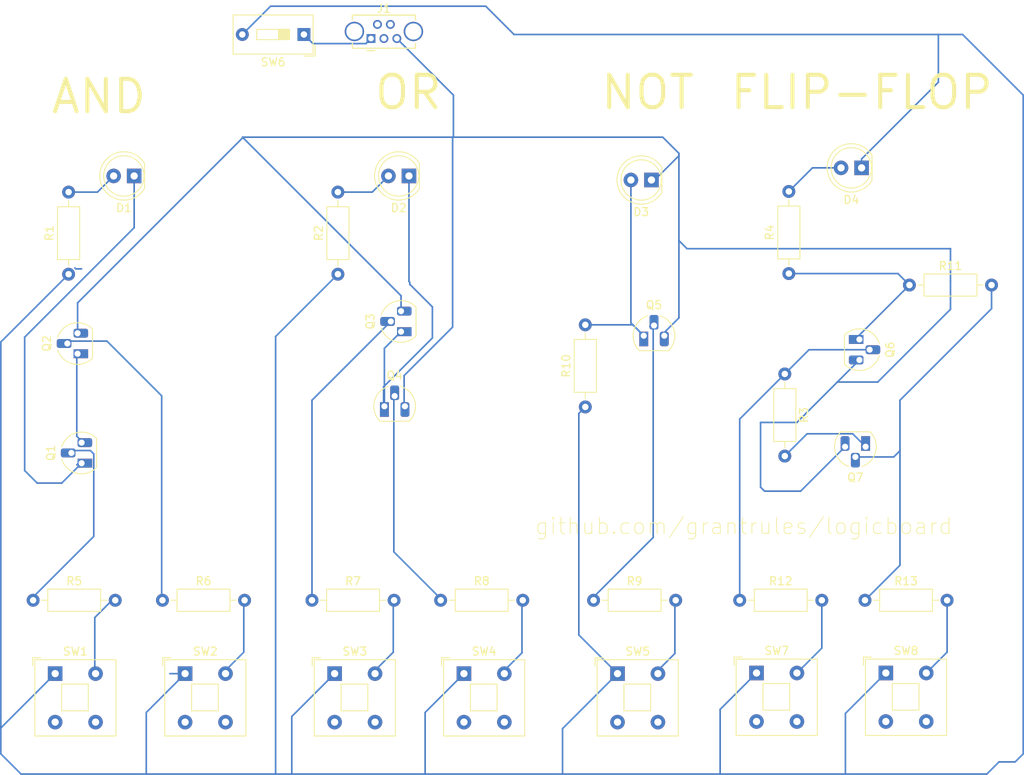
<source format=kicad_pcb>
(kicad_pcb (version 20240108) (generator "pcbnew") (generator_version "8.0")
  (layers (0 "F.Cu" signal) (31 "B.Cu" signal) (34 "B.Paste" user) (35 "F.Paste" user) (36 "B.SilkS" user "B.Silkscreen") (37 "F.SilkS" user "F.Silkscreen") (38 "B.Mask" user) (39 "F.Mask" user) (44 "Edge.Cuts" user))
  (net 0 "")
  (net 1 "Net-(D1-K)")
  (net 2 "Net-(D1-A)")
  (net 3 "Net-(D2-K)")
  (net 4 "Net-(D2-A)")
  (net 5 "Net-(D3-A)")
  (net 6 "Net-(D3-K)")
  (net 7 "Net-(D4-K)")
  (net 8 "Net-(Q1-B)")
  (net 9 "Net-(Q1-E)")
  (net 10 "Net-(Q3-B)")
  (net 11 "Net-(Q4-B)")
  (net 15 "Net-(Q2-B)")
  (net 17 "Net-(Q5-B)")
  (net 18 "Net-(SW1-B)")
  (net 19 "Net-(SW3-B)")
  (net 20 "Net-(SW4-B)")
  (net 21 "Net-(SW5-B)")
  (net 22 "Net-(SW2-B)")
  (net 23 "Net-(J1-VBUS)")
  (net 24 "Net-(D4-A)")
  (net 25 "Net-(Q6-C)")
  (net 26 "Net-(Q6-B)")
  (net 27 "Net-(Q7-B)")
  (net 28 "Net-(Q7-C)")
  (net 29 "Net-(SW7-B)")
  (net 30 "Net-(SW8-B)")
  (footprint "LED_THT:LED_D5.0mm" (layer "F.Cu") (at 38 34.5 180)
    (property "Reference" "D1" (at 1.27 -3.96 360) (layer "F.SilkS"))
    (property "Value" "LED")
    (fp_line (start -1.29 -1.545) (end -1.29 1.545) (stroke (width 0.12)) (layer "F.SilkS"))
    (fp_arc (start 4.26 -0.000462) (mid 2.072002 2.880433) (end -1.29 1.54483) (stroke (width 0.12)) (layer "F.SilkS"))
    (fp_arc (start -1.29 -1.54483) (mid 2.072002 -2.880433) (end 4.26 0.000462) (stroke (width 0.12)) (layer "F.SilkS"))
    (fp_circle (center 1.27 0) (end 3.77 0) (stroke (width 0.12)) (fill none) (layer "F.SilkS"))
    (pad "1" thru_hole rect (at 0 0 180) (size 1.8 1.8) (drill 0.9) (layers "*.Cu" "*.Mask") (net 1 "Net-(D1-K)"))
    (pad "2" thru_hole circle (at 2.54 0 180) (size 1.8 1.8) (drill 0.9) (layers "*.Cu" "*.Mask") (net 2 "Net-(D1-A)"))
  )
  (footprint "Resistor_THT:R_Axial_DIN0207_L6.3mm_D2.5mm_P10.16mm_Horizontal" (layer "F.Cu") (at 63.205 46.66 90)
    (property "Reference" "R2" (at 5.08 -2.37 90) (layer "F.SilkS"))
    (property "Value" "R345")
    (fp_line (start 8.35 -1.37) (end 1.81 -1.37) (stroke (width 0.12)) (layer "F.SilkS"))
    (fp_line (start 1.81 -1.37) (end 1.81 1.37) (stroke (width 0.12)) (layer "F.SilkS"))
    (fp_line (start 9.12 0) (end 8.35 0) (stroke (width 0.12)) (layer "F.SilkS"))
    (fp_line (start 1.04 0) (end 1.81 0) (stroke (width 0.12)) (layer "F.SilkS"))
    (fp_line (start 8.35 1.37) (end 8.35 -1.37) (stroke (width 0.12)) (layer "F.SilkS"))
    (fp_line (start 1.81 1.37) (end 8.35 1.37) (stroke (width 0.12)) (layer "F.SilkS"))
    (pad "1" thru_hole circle (at 0 0 90) (size 1.6 1.6) (drill 0.8) (layers "*.Cu" "*.Mask") (net 7 "Net-(D4-K)"))
    (pad "2" thru_hole oval (at 10.16 0 90) (size 1.6 1.6) (drill 0.8) (layers "*.Cu" "*.Mask") (net 4 "Net-(D2-A)"))
  )
  (footprint "LED_THT:LED_D5.0mm" (layer "F.Cu") (at 102 35 180)
    (property "Reference" "D3" (at 1.27 -3.96 360) (layer "F.SilkS"))
    (property "Value" "LED")
    (fp_line (start -1.29 -1.545) (end -1.29 1.545) (stroke (width 0.12)) (layer "F.SilkS"))
    (fp_arc (start 4.26 -0.000462) (mid 2.072002 2.880433) (end -1.29 1.54483) (stroke (width 0.12)) (layer "F.SilkS"))
    (fp_arc (start -1.29 -1.54483) (mid 2.072002 -2.880433) (end 4.26 0.000462) (stroke (width 0.12)) (layer "F.SilkS"))
    (fp_circle (center 1.27 0) (end 3.77 0) (stroke (width 0.12)) (fill none) (layer "F.SilkS"))
    (pad "1" thru_hole rect (at 0 0 180) (size 1.8 1.8) (drill 0.9) (layers "*.Cu" "*.Mask") (net 6 "Net-(D3-K)"))
    (pad "2" thru_hole circle (at 2.54 0 180) (size 1.8 1.8) (drill 0.9) (layers "*.Cu" "*.Mask") (net 5 "Net-(D3-A)"))
  )
  (footprint "Button_Switch_THT:SW_Push_2P1T_Toggle_CK_PVA1xxH1xxxxxxV2" (layer "F.Cu") (at 62.8025 96.0775)
    (property "Reference" "SW3" (at 2.5 -2.75 0) (layer "F.SilkS"))
    (property "Value" "SW_SPST")
    (fp_line (start -2.77 -0.97) (end -2.77 -1.97) (stroke (width 0.12)) (layer "F.SilkS"))
    (fp_line (start -2.52 7.72) (end -2.52 -1.72) (stroke (width 0.12)) (layer "F.SilkS"))
    (fp_line (start -1.77 -1.97) (end -2.77 -1.97) (stroke (width 0.12)) (layer "F.SilkS"))
    (fp_line (start 0.8 1.3) (end 0.8 4.6) (stroke (width 0.12)) (layer "F.SilkS"))
    (fp_line (start 4.1 1.3) (end 0.8 1.3) (stroke (width 0.12)) (layer "F.SilkS"))
    (fp_line (start 4.1 1.3) (end 4.1 4.6) (stroke (width 0.12)) (layer "F.SilkS"))
    (fp_line (start 4.1 4.6) (end 0.8 4.6) (stroke (width 0.12)) (layer "F.SilkS"))
    (fp_line (start 7.52 -1.72) (end -2.52 -1.72) (stroke (width 0.12)) (layer "F.SilkS"))
    (fp_line (start 7.52 7.72) (end -2.52 7.72) (stroke (width 0.12)) (layer "F.SilkS"))
    (fp_line (start 7.52 7.72) (end 7.52 -1.72) (stroke (width 0.12)) (layer "F.SilkS"))
    (pad "1" thru_hole rect (at 0 0) (size 1.8 1.8) (drill 0.9) (layers "*.Cu" "*.Mask") (net 7 "Net-(D4-K)"))
    (pad "2" thru_hole circle (at 5 0) (size 1.8 1.8) (drill 0.9) (layers "*.Cu" "*.Mask") (net 19 "Net-(SW3-B)"))
    (pad "3" thru_hole circle (at 0 6) (size 1.8 1.8) (drill 0.9) (layers "*.Cu" "*.Mask"))
    (pad "4" thru_hole circle (at 5 6) (size 1.8 1.8) (drill 0.9) (layers "*.Cu" "*.Mask"))
  )
  (footprint "Resistor_THT:R_Axial_DIN0207_L6.3mm_D2.5mm_P10.16mm_Horizontal" (layer "F.Cu") (at 75.92 87)
    (property "Reference" "R8" (at 5.08 -2.37 0) (layer "F.SilkS"))
    (property "Value" "1k")
    (fp_line (start 1.04 0) (end 1.81 0) (stroke (width 0.12)) (layer "F.SilkS"))
    (fp_line (start 1.81 -1.37) (end 1.81 1.37) (stroke (width 0.12)) (layer "F.SilkS"))
    (fp_line (start 1.81 1.37) (end 8.35 1.37) (stroke (width 0.12)) (layer "F.SilkS"))
    (fp_line (start 8.35 -1.37) (end 1.81 -1.37) (stroke (width 0.12)) (layer "F.SilkS"))
    (fp_line (start 8.35 1.37) (end 8.35 -1.37) (stroke (width 0.12)) (layer "F.SilkS"))
    (fp_line (start 9.12 0) (end 8.35 0) (stroke (width 0.12)) (layer "F.SilkS"))
    (pad "1" thru_hole circle (at 0 0) (size 1.6 1.6) (drill 0.8) (layers "*.Cu" "*.Mask") (net 11 "Net-(Q4-B)"))
    (pad "2" thru_hole oval (at 10.16 0) (size 1.6 1.6) (drill 0.8) (layers "*.Cu" "*.Mask") (net 20 "Net-(SW4-B)"))
  )
  (footprint "Resistor_THT:R_Axial_DIN0207_L6.3mm_D2.5mm_P10.16mm_Horizontal" (layer "F.Cu") (at 41.5 87)
    (property "Reference" "R6" (at 5.08 -2.37 360) (layer "F.SilkS"))
    (property "Value" "1k")
    (fp_line (start 1.04 0) (end 1.81 0) (stroke (width 0.12)) (layer "F.SilkS"))
    (fp_line (start 1.81 -1.37) (end 1.81 1.37) (stroke (width 0.12)) (layer "F.SilkS"))
    (fp_line (start 1.81 1.37) (end 8.35 1.37) (stroke (width 0.12)) (layer "F.SilkS"))
    (fp_line (start 8.35 -1.37) (end 1.81 -1.37) (stroke (width 0.12)) (layer "F.SilkS"))
    (fp_line (start 8.35 1.37) (end 8.35 -1.37) (stroke (width 0.12)) (layer "F.SilkS"))
    (fp_line (start 9.12 0) (end 8.35 0) (stroke (width 0.12)) (layer "F.SilkS"))
    (pad "1" thru_hole circle (at 0 0) (size 1.6 1.6) (drill 0.8) (layers "*.Cu" "*.Mask") (net 15 "Net-(Q2-B)"))
    (pad "2" thru_hole oval (at 10.16 0) (size 1.6 1.6) (drill 0.8) (layers "*.Cu" "*.Mask") (net 22 "Net-(SW2-B)"))
  )
  (footprint "Resistor_THT:R_Axial_DIN0207_L6.3mm_D2.5mm_P10.16mm_Horizontal" (layer "F.Cu") (at 93.8175 63.08 90)
    (property "Reference" "R10" (at 5.08 -2.37 90) (layer "F.SilkS"))
    (property "Value" "350")
    (fp_line (start 8.35 -1.37) (end 1.81 -1.37) (stroke (width 0.12)) (layer "F.SilkS"))
    (fp_line (start 1.81 -1.37) (end 1.81 1.37) (stroke (width 0.12)) (layer "F.SilkS"))
    (fp_line (start 9.12 0) (end 8.35 0) (stroke (width 0.12)) (layer "F.SilkS"))
    (fp_line (start 1.04 0) (end 1.81 0) (stroke (width 0.12)) (layer "F.SilkS"))
    (fp_line (start 8.35 1.37) (end 8.35 -1.37) (stroke (width 0.12)) (layer "F.SilkS"))
    (fp_line (start 1.81 1.37) (end 8.35 1.37) (stroke (width 0.12)) (layer "F.SilkS"))
    (pad "1" thru_hole circle (at 0 0 90) (size 1.6 1.6) (drill 0.8) (layers "*.Cu" "*.Mask") (net 7 "Net-(D4-K)"))
    (pad "2" thru_hole oval (at 10.16 0 90) (size 1.6 1.6) (drill 0.8) (layers "*.Cu" "*.Mask") (net 5 "Net-(D3-A)"))
  )
  (footprint "LED_THT:LED_D5.0mm" (layer "F.Cu") (at 72 34.5 180)
    (property "Reference" "D2" (at 1.27 -3.96 360) (layer "F.SilkS"))
    (property "Value" "LED")
    (fp_line (start -1.29 -1.545) (end -1.29 1.545) (stroke (width 0.12)) (layer "F.SilkS"))
    (fp_arc (start 4.26 -0.000462) (mid 2.072002 2.880433) (end -1.29 1.54483) (stroke (width 0.12)) (layer "F.SilkS"))
    (fp_arc (start -1.29 -1.54483) (mid 2.072002 -2.880433) (end 4.26 0.000462) (stroke (width 0.12)) (layer "F.SilkS"))
    (fp_circle (center 1.27 0) (end 3.77 0) (stroke (width 0.12)) (fill none) (layer "F.SilkS"))
    (pad "1" thru_hole rect (at 0 0 180) (size 1.8 1.8) (drill 0.9) (layers "*.Cu" "*.Mask") (net 3 "Net-(D2-K)"))
    (pad "2" thru_hole circle (at 2.54 0 180) (size 1.8 1.8) (drill 0.9) (layers "*.Cu" "*.Mask") (net 4 "Net-(D2-A)"))
  )
  (footprint "Package_TO_SOT_THT:TO-92L_HandSolder" (layer "F.Cu") (at 128.5 68 180)
    (property "Reference" "Q7" (at 1.27 -3.8 360) (layer "F.SilkS"))
    (property "Value" "NPN")
    (fp_line (start -0.53 1.85) (end 3.07 1.85) (stroke (width 0.12)) (layer "F.SilkS"))
    (fp_arc (start 2.05 -2.45) (mid 3.769931 -0.601036) (end 3.078445 1.827684) (stroke (width 0.12)) (layer "F.SilkS"))
    (fp_arc (start -0.541453 1.842156) (mid -1.247298 -0.581475) (end 0.45 -2.45) (stroke (width 0.12)) (layer "F.SilkS"))
    (pad "1" thru_hole rect (at 0 0 180) (size 1.1 1.8) (drill 0.75 (offset 0 0.4)) (layers "*.Cu" "*.Mask") (net 28 "Net-(Q7-C)"))
    (pad "2" thru_hole roundrect (at 1.27 -1.27 180) (size 1.1 1.8) (drill 0.75 (offset 0 -0.4)) (layers "*.Cu" "*.Mask") (net 27 "Net-(Q7-B)"))
    (pad "3" thru_hole roundrect (at 2.54 0 180) (size 1.1 1.8) (drill 0.75 (offset 0 0.4)) (layers "*.Cu" "*.Mask") (net 6 "Net-(D3-K)"))
  )
  (footprint "Resistor_THT:R_Axial_DIN0207_L6.3mm_D2.5mm_P10.16mm_Horizontal" (layer "F.Cu") (at 29.8875 46.66 90)
    (property "Reference" "R1" (at 5.08 -2.37 90) (layer "F.SilkS"))
    (property "Value" "345")
    (fp_line (start 8.35 -1.37) (end 1.81 -1.37) (stroke (width 0.12)) (layer "F.SilkS"))
    (fp_line (start 1.81 -1.37) (end 1.81 1.37) (stroke (width 0.12)) (layer "F.SilkS"))
    (fp_line (start 9.12 0) (end 8.35 0) (stroke (width 0.12)) (layer "F.SilkS"))
    (fp_line (start 1.04 0) (end 1.81 0) (stroke (width 0.12)) (layer "F.SilkS"))
    (fp_line (start 8.35 1.37) (end 8.35 -1.37) (stroke (width 0.12)) (layer "F.SilkS"))
    (fp_line (start 1.81 1.37) (end 8.35 1.37) (stroke (width 0.12)) (layer "F.SilkS"))
    (pad "1" thru_hole circle (at 0 0 90) (size 1.6 1.6) (drill 0.8) (layers "*.Cu" "*.Mask") (net 7 "Net-(D4-K)"))
    (pad "2" thru_hole oval (at 10.16 0 90) (size 1.6 1.6) (drill 0.8) (layers "*.Cu" "*.Mask") (net 2 "Net-(D1-A)"))
  )
  (footprint "Resistor_THT:R_Axial_DIN0207_L6.3mm_D2.5mm_P10.16mm_Horizontal" (layer "F.Cu") (at 112.92 87)
    (property "Reference" "R12" (at 5.08 -2.37 0) (layer "F.SilkS"))
    (property "Value" "1k")
    (fp_line (start 1.04 0) (end 1.81 0) (stroke (width 0.12)) (layer "F.SilkS"))
    (fp_line (start 1.81 -1.37) (end 1.81 1.37) (stroke (width 0.12)) (layer "F.SilkS"))
    (fp_line (start 1.81 1.37) (end 8.35 1.37) (stroke (width 0.12)) (layer "F.SilkS"))
    (fp_line (start 8.35 -1.37) (end 1.81 -1.37) (stroke (width 0.12)) (layer "F.SilkS"))
    (fp_line (start 8.35 1.37) (end 8.35 -1.37) (stroke (width 0.12)) (layer "F.SilkS"))
    (fp_line (start 9.12 0) (end 8.35 0) (stroke (width 0.12)) (layer "F.SilkS"))
    (pad "1" thru_hole circle (at 0 0) (size 1.6 1.6) (drill 0.8) (layers "*.Cu" "*.Mask") (net 26 "Net-(Q6-B)"))
    (pad "2" thru_hole oval (at 10.16 0) (size 1.6 1.6) (drill 0.8) (layers "*.Cu" "*.Mask") (net 29 "Net-(SW7-B)"))
  )
  (footprint "Button_Switch_THT:SW_Push_2P1T_Toggle_CK_PVA1xxH1xxxxxxV2" (layer "F.Cu") (at 78.8025 96.0775)
    (property "Reference" "SW4" (at 2.5 -2.75 0) (layer "F.SilkS"))
    (property "Value" "SW_SPST")
    (fp_line (start -2.77 -0.97) (end -2.77 -1.97) (stroke (width 0.12)) (layer "F.SilkS"))
    (fp_line (start -2.52 7.72) (end -2.52 -1.72) (stroke (width 0.12)) (layer "F.SilkS"))
    (fp_line (start -1.77 -1.97) (end -2.77 -1.97) (stroke (width 0.12)) (layer "F.SilkS"))
    (fp_line (start 0.8 1.3) (end 0.8 4.6) (stroke (width 0.12)) (layer "F.SilkS"))
    (fp_line (start 4.1 1.3) (end 0.8 1.3) (stroke (width 0.12)) (layer "F.SilkS"))
    (fp_line (start 4.1 1.3) (end 4.1 4.6) (stroke (width 0.12)) (layer "F.SilkS"))
    (fp_line (start 4.1 4.6) (end 0.8 4.6) (stroke (width 0.12)) (layer "F.SilkS"))
    (fp_line (start 7.52 -1.72) (end -2.52 -1.72) (stroke (width 0.12)) (layer "F.SilkS"))
    (fp_line (start 7.52 7.72) (end -2.52 7.72) (stroke (width 0.12)) (layer "F.SilkS"))
    (fp_line (start 7.52 7.72) (end 7.52 -1.72) (stroke (width 0.12)) (layer "F.SilkS"))
    (pad "1" thru_hole rect (at 0 0) (size 1.8 1.8) (drill 0.9) (layers "*.Cu" "*.Mask") (net 7 "Net-(D4-K)"))
    (pad "2" thru_hole circle (at 5 0) (size 1.8 1.8) (drill 0.9) (layers "*.Cu" "*.Mask") (net 20 "Net-(SW4-B)"))
    (pad "3" thru_hole circle (at 0 6) (size 1.8 1.8) (drill 0.9) (layers "*.Cu" "*.Mask"))
    (pad "4" thru_hole circle (at 5 6) (size 1.8 1.8) (drill 0.9) (layers "*.Cu" "*.Mask"))
  )
  (footprint "Package_TO_SOT_THT:TO-92L_HandSolder" (layer "F.Cu") (at 101.0475 54.27)
    (property "Reference" "Q5" (at 1.27 -3.8 0) (layer "F.SilkS"))
    (property "Value" "NPN")
    (fp_line (start -0.53 1.85) (end 3.07 1.85) (stroke (width 0.12)) (layer "F.SilkS"))
    (fp_arc (start -0.541453 1.842156) (mid -1.247298 -0.581475) (end 0.45 -2.45) (stroke (width 0.12)) (layer "F.SilkS"))
    (fp_arc (start 2.05 -2.45) (mid 3.769931 -0.601036) (end 3.078445 1.827684) (stroke (width 0.12)) (layer "F.SilkS"))
    (pad "1" thru_hole rect (at 0 0) (size 1.1 1.8) (drill 0.75 (offset 0 0.4)) (layers "*.Cu" "*.Mask") (net 5 "Net-(D3-A)"))
    (pad "2" thru_hole roundrect (at 1.27 -1.27) (size 1.1 1.8) (drill 0.75 (offset 0 -0.4)) (layers "*.Cu" "*.Mask") (net 17 "Net-(Q5-B)"))
    (pad "3" thru_hole roundrect (at 2.54 0) (size 1.1 1.8) (drill 0.75 (offset 0 0.4)) (layers "*.Cu" "*.Mask") (net 6 "Net-(D3-K)"))
  )
  (footprint "Button_Switch_THT:SW_Push_2P1T_Toggle_CK_PVA1xxH1xxxxxxV2" (layer "F.Cu") (at 115 96)
    (property "Reference" "SW7" (at 2.5 -2.75 0) (layer "F.SilkS"))
    (property "Value" "SW_SPST")
    (fp_line (start -2.77 -0.97) (end -2.77 -1.97) (stroke (width 0.12)) (layer "F.SilkS"))
    (fp_line (start -2.52 7.72) (end -2.52 -1.72) (stroke (width 0.12)) (layer "F.SilkS"))
    (fp_line (start -1.77 -1.97) (end -2.77 -1.97) (stroke (width 0.12)) (layer "F.SilkS"))
    (fp_line (start 0.8 1.3) (end 0.8 4.6) (stroke (width 0.12)) (layer "F.SilkS"))
    (fp_line (start 4.1 1.3) (end 0.8 1.3) (stroke (width 0.12)) (layer "F.SilkS"))
    (fp_line (start 4.1 1.3) (end 4.1 4.6) (stroke (width 0.12)) (layer "F.SilkS"))
    (fp_line (start 4.1 4.6) (end 0.8 4.6) (stroke (width 0.12)) (layer "F.SilkS"))
    (fp_line (start 7.52 -1.72) (end -2.52 -1.72) (stroke (width 0.12)) (layer "F.SilkS"))
    (fp_line (start 7.52 7.72) (end -2.52 7.72) (stroke (width 0.12)) (layer "F.SilkS"))
    (fp_line (start 7.52 7.72) (end 7.52 -1.72) (stroke (width 0.12)) (layer "F.SilkS"))
    (pad "1" thru_hole rect (at 0 0) (size 1.8 1.8) (drill 0.9) (layers "*.Cu" "*.Mask") (net 7 "Net-(D4-K)"))
    (pad "2" thru_hole circle (at 5 0) (size 1.8 1.8) (drill 0.9) (layers "*.Cu" "*.Mask") (net 29 "Net-(SW7-B)"))
    (pad "3" thru_hole circle (at 0 6) (size 1.8 1.8) (drill 0.9) (layers "*.Cu" "*.Mask"))
    (pad "4" thru_hole circle (at 5 6) (size 1.8 1.8) (drill 0.9) (layers "*.Cu" "*.Mask"))
  )
  (footprint "Resistor_THT:R_Axial_DIN0207_L6.3mm_D2.5mm_P10.16mm_Horizontal" (layer "F.Cu") (at 128.42 87)
    (property "Reference" "R13" (at 5.08 -2.37 0) (layer "F.SilkS"))
    (property "Value" "1k")
    (fp_line (start 1.04 0) (end 1.81 0) (stroke (width 0.12)) (layer "F.SilkS"))
    (fp_line (start 1.81 -1.37) (end 1.81 1.37) (stroke (width 0.12)) (layer "F.SilkS"))
    (fp_line (start 1.81 1.37) (end 8.35 1.37) (stroke (width 0.12)) (layer "F.SilkS"))
    (fp_line (start 8.35 -1.37) (end 1.81 -1.37) (stroke (width 0.12)) (layer "F.SilkS"))
    (fp_line (start 8.35 1.37) (end 8.35 -1.37) (stroke (width 0.12)) (layer "F.SilkS"))
    (fp_line (start 9.12 0) (end 8.35 0) (stroke (width 0.12)) (layer "F.SilkS"))
    (pad "1" thru_hole circle (at 0 0) (size 1.6 1.6) (drill 0.8) (layers "*.Cu" "*.Mask") (net 27 "Net-(Q7-B)"))
    (pad "2" thru_hole oval (at 10.16 0) (size 1.6 1.6) (drill 0.8) (layers "*.Cu" "*.Mask") (net 30 "Net-(SW8-B)"))
  )
  (footprint "Button_Switch_THT:SW_DIP_SPSTx01_Slide_9.78x4.72mm_W7.62mm_P2.54mm" (layer "F.Cu") (at 59 17 180)
    (property "Reference" "SW6" (at 3.81 -3.42 360) (layer "F.SilkS"))
    (property "Value" "SW_DIP_x01")
    (fp_line (start 8.76 -2.42) (end 8.76 2.42) (stroke (width 0.12)) (layer "F.SilkS"))
    (fp_line (start 5.84 0.635) (end 5.84 -0.635) (stroke (width 0.12)) (layer "F.SilkS"))
    (fp_line (start 5.84 -0.635) (end 1.78 -0.635) (stroke (width 0.12)) (layer "F.SilkS"))
    (fp_line (start 3.133333 -0.635) (end 3.133333 0.635) (stroke (width 0.12)) (layer "F.SilkS"))
    (fp_line (start 1.78 0.635) (end 5.84 0.635) (stroke (width 0.12)) (layer "F.SilkS"))
    (fp_line (start 1.78 0.565) (end 3.133333 0.565) (stroke (width 0.12)) (layer "F.SilkS"))
    (fp_line (start 1.78 0.445) (end 3.133333 0.445) (stroke (width 0.12)) (layer "F.SilkS"))
    (fp_line (start 1.78 0.325) (end 3.133333 0.325) (stroke (width 0.12)) (layer "F.SilkS"))
    (fp_line (start 1.78 0.205) (end 3.133333 0.205) (stroke (width 0.12)) (layer "F.SilkS"))
    (fp_line (start 1.78 0.085) (end 3.133333 0.085) (stroke (width 0.12)) (layer "F.SilkS"))
    (fp_line (start 1.78 -0.035) (end 3.133333 -0.035) (stroke (width 0.12)) (layer "F.SilkS"))
    (fp_line (start 1.78 -0.155) (end 3.133333 -0.155) (stroke (width 0.12)) (layer "F.SilkS"))
    (fp_line (start 1.78 -0.275) (end 3.133333 -0.275) (stroke (width 0.12)) (layer "F.SilkS"))
    (fp_line (start 1.78 -0.395) (end 3.133333 -0.395) (stroke (width 0.12)) (layer "F.SilkS"))
    (fp_line (start 1.78 -0.515) (end 3.133333 -0.515) (stroke (width 0.12)) (layer "F.SilkS"))
    (fp_line (start 1.78 -0.635) (end 1.78 0.635) (stroke (width 0.12)) (layer "F.SilkS"))
    (fp_line (start -1.14 2.42) (end 8.76 2.42) (stroke (width 0.12)) (layer "F.SilkS"))
    (fp_line (start -1.14 -2.42) (end 8.76 -2.42) (stroke (width 0.12)) (layer "F.SilkS"))
    (fp_line (start -1.14 -2.42) (end -1.14 2.42) (stroke (width 0.12)) (layer "F.SilkS"))
    (fp_line (start -1.38 -2.66) (end 0.004 -2.66) (stroke (width 0.12)) (layer "F.SilkS"))
    (fp_line (start -1.38 -2.66) (end -1.38 -1.277) (stroke (width 0.12)) (layer "F.SilkS"))
    (pad "1" thru_hole rect (at 0 0 180) (size 1.6 1.6) (drill 0.8) (layers "*.Cu" "*.Mask") (net 23 "Net-(J1-VBUS)"))
    (pad "2" thru_hole oval (at 7.62 0 180) (size 1.6 1.6) (drill 0.8) (layers "*.Cu" "*.Mask") (net 7 "Net-(D4-K)"))
  )
  (footprint "Package_TO_SOT_THT:TO-92L_HandSolder" (layer "F.Cu") (at 71.02 53.77 90)
    (property "Reference" "Q3" (at 1.27 -3.8 90) (layer "F.SilkS"))
    (property "Value" "NPN")
    (fp_line (start -0.53 1.85) (end 3.07 1.85) (stroke (width 0.12)) (layer "F.SilkS"))
    (fp_arc (start 2.05 -2.45) (mid 3.769931 -0.601036) (end 3.078445 1.827684) (stroke (width 0.12)) (layer "F.SilkS"))
    (fp_arc (start -0.541453 1.842156) (mid -1.247298 -0.581475) (end 0.45 -2.45) (stroke (width 0.12)) (layer "F.SilkS"))
    (pad "1" thru_hole rect (at 0 0 90) (size 1.1 1.8) (drill 0.75 (offset 0 0.4)) (layers "*.Cu" "*.Mask") (net 3 "Net-(D2-K)"))
    (pad "2" thru_hole roundrect (at 1.27 -1.27 90) (size 1.1 1.8) (drill 0.75 (offset 0 -0.4)) (layers "*.Cu" "*.Mask") (net 10 "Net-(Q3-B)"))
    (pad "3" thru_hole roundrect (at 2.54 0 90) (size 1.1 1.8) (drill 0.75 (offset 0 0.4)) (layers "*.Cu" "*.Mask") (net 6 "Net-(D3-K)"))
  )
  (footprint "Resistor_THT:R_Axial_DIN0207_L6.3mm_D2.5mm_P10.16mm_Horizontal" (layer "F.Cu") (at 94.84 87)
    (property "Reference" "R9" (at 5.08 -2.37 0) (layer "F.SilkS"))
    (property "Value" "1k")
    (fp_line (start 1.04 0) (end 1.81 0) (stroke (width 0.12)) (layer "F.SilkS"))
    (fp_line (start 1.81 -1.37) (end 1.81 1.37) (stroke (width 0.12)) (layer "F.SilkS"))
    (fp_line (start 1.81 1.37) (end 8.35 1.37) (stroke (width 0.12)) (layer "F.SilkS"))
    (fp_line (start 8.35 -1.37) (end 1.81 -1.37) (stroke (width 0.12)) (layer "F.SilkS"))
    (fp_line (start 8.35 1.37) (end 8.35 -1.37) (stroke (width 0.12)) (layer "F.SilkS"))
    (fp_line (start 9.12 0) (end 8.35 0) (stroke (width 0.12)) (layer "F.SilkS"))
    (pad "1" thru_hole circle (at 0 0) (size 1.6 1.6) (drill 0.8) (layers "*.Cu" "*.Mask") (net 17 "Net-(Q5-B)"))
    (pad "2" thru_hole oval (at 10.16 0) (size 1.6 1.6) (drill 0.8) (layers "*.Cu" "*.Mask") (net 21 "Net-(SW5-B)"))
  )
  (footprint "Button_Switch_THT:SW_Push_2P1T_Toggle_CK_PVA1xxH1xxxxxxV2" (layer "F.Cu") (at 97.8025 96.0775)
    (property "Reference" "SW5" (at 2.5 -2.75 0) (layer "F.SilkS"))
    (property "Value" "SW_SPST")
    (fp_line (start -2.77 -0.97) (end -2.77 -1.97) (stroke (width 0.12)) (layer "F.SilkS"))
    (fp_line (start -2.52 7.72) (end -2.52 -1.72) (stroke (width 0.12)) (layer "F.SilkS"))
    (fp_line (start -1.77 -1.97) (end -2.77 -1.97) (stroke (width 0.12)) (layer "F.SilkS"))
    (fp_line (start 0.8 1.3) (end 0.8 4.6) (stroke (width 0.12)) (layer "F.SilkS"))
    (fp_line (start 4.1 1.3) (end 0.8 1.3) (stroke (width 0.12)) (layer "F.SilkS"))
    (fp_line (start 4.1 1.3) (end 4.1 4.6) (stroke (width 0.12)) (layer "F.SilkS"))
    (fp_line (start 4.1 4.6) (end 0.8 4.6) (stroke (width 0.12)) (layer "F.SilkS"))
    (fp_line (start 7.52 -1.72) (end -2.52 -1.72) (stroke (width 0.12)) (layer "F.SilkS"))
    (fp_line (start 7.52 7.72) (end -2.52 7.72) (stroke (width 0.12)) (layer "F.SilkS"))
    (fp_line (start 7.52 7.72) (end 7.52 -1.72) (stroke (width 0.12)) (layer "F.SilkS"))
    (pad "1" thru_hole rect (at 0 0) (size 1.8 1.8) (drill 0.9) (layers "*.Cu" "*.Mask") (net 7 "Net-(D4-K)"))
    (pad "2" thru_hole circle (at 5 0) (size 1.8 1.8) (drill 0.9) (layers "*.Cu" "*.Mask") (net 21 "Net-(SW5-B)"))
    (pad "3" thru_hole circle (at 0 6) (size 1.8 1.8) (drill 0.9) (layers "*.Cu" "*.Mask"))
    (pad "4" thru_hole circle (at 5 6) (size 1.8 1.8) (drill 0.9) (layers "*.Cu" "*.Mask"))
  )
  (footprint "Button_Switch_THT:SW_Push_2P1T_Toggle_CK_PVA1xxH1xxxxxxV2" (layer "F.Cu") (at 131 96)
    (property "Reference" "SW8" (at 2.5 -2.75 0) (layer "F.SilkS"))
    (property "Value" "SW_SPST")
    (fp_line (start -2.77 -0.97) (end -2.77 -1.97) (stroke (width 0.12)) (layer "F.SilkS"))
    (fp_line (start -2.52 7.72) (end -2.52 -1.72) (stroke (width 0.12)) (layer "F.SilkS"))
    (fp_line (start -1.77 -1.97) (end -2.77 -1.97) (stroke (width 0.12)) (layer "F.SilkS"))
    (fp_line (start 0.8 1.3) (end 0.8 4.6) (stroke (width 0.12)) (layer "F.SilkS"))
    (fp_line (start 4.1 1.3) (end 0.8 1.3) (stroke (width 0.12)) (layer "F.SilkS"))
    (fp_line (start 4.1 1.3) (end 4.1 4.6) (stroke (width 0.12)) (layer "F.SilkS"))
    (fp_line (start 4.1 4.6) (end 0.8 4.6) (stroke (width 0.12)) (layer "F.SilkS"))
    (fp_line (start 7.52 -1.72) (end -2.52 -1.72) (stroke (width 0.12)) (layer "F.SilkS"))
    (fp_line (start 7.52 7.72) (end -2.52 7.72) (stroke (width 0.12)) (layer "F.SilkS"))
    (fp_line (start 7.52 7.72) (end 7.52 -1.72) (stroke (width 0.12)) (layer "F.SilkS"))
    (pad "1" thru_hole rect (at 0 0) (size 1.8 1.8) (drill 0.9) (layers "*.Cu" "*.Mask") (net 7 "Net-(D4-K)"))
    (pad "2" thru_hole circle (at 5 0) (size 1.8 1.8) (drill 0.9) (layers "*.Cu" "*.Mask") (net 30 "Net-(SW8-B)"))
    (pad "3" thru_hole circle (at 0 6) (size 1.8 1.8) (drill 0.9) (layers "*.Cu" "*.Mask"))
    (pad "4" thru_hole circle (at 5 6) (size 1.8 1.8) (drill 0.9) (layers "*.Cu" "*.Mask"))
  )
  (footprint "Resistor_THT:R_Axial_DIN0207_L6.3mm_D2.5mm_P10.16mm_Horizontal" (layer "F.Cu") (at 118.5 59 -90)
    (property "Reference" "R3" (at 5.08 -2.37 90) (layer "F.SilkS"))
    (property "Value" "10k")
    (fp_line (start 1.81 1.37) (end 8.35 1.37) (stroke (width 0.12)) (layer "F.SilkS"))
    (fp_line (start 8.35 1.37) (end 8.35 -1.37) (stroke (width 0.12)) (layer "F.SilkS"))
    (fp_line (start 1.04 0) (end 1.81 0) (stroke (width 0.12)) (layer "F.SilkS"))
    (fp_line (start 9.12 0) (end 8.35 0) (stroke (width 0.12)) (layer "F.SilkS"))
    (fp_line (start 1.81 -1.37) (end 1.81 1.37) (stroke (width 0.12)) (layer "F.SilkS"))
    (fp_line (start 8.35 -1.37) (end 1.81 -1.37) (stroke (width 0.12)) (layer "F.SilkS"))
    (pad "1" thru_hole circle (at 0 0 270) (size 1.6 1.6) (drill 0.8) (layers "*.Cu" "*.Mask") (net 26 "Net-(Q6-B)"))
    (pad "2" thru_hole oval (at 10.16 0 270) (size 1.6 1.6) (drill 0.8) (layers "*.Cu" "*.Mask") (net 28 "Net-(Q7-C)"))
  )
  (footprint "Package_TO_SOT_THT:TO-92L_HandSolder" (layer "F.Cu") (at 31.5 70.04 90)
    (property "Reference" "Q1" (at 1.27 -3.8 90) (layer "F.SilkS"))
    (property "Value" "NPN")
    (fp_line (start -0.53 1.85) (end 3.07 1.85) (stroke (width 0.12)) (layer "F.SilkS"))
    (fp_arc (start 2.05 -2.45) (mid 3.769931 -0.601036) (end 3.078445 1.827684) (stroke (width 0.12)) (layer "F.SilkS"))
    (fp_arc (start -0.541453 1.842156) (mid -1.247298 -0.581475) (end 0.45 -2.45) (stroke (width 0.12)) (layer "F.SilkS"))
    (pad "1" thru_hole rect (at 0 0 90) (size 1.1 1.8) (drill 0.75 (offset 0 0.4)) (layers "*.Cu" "*.Mask") (net 1 "Net-(D1-K)"))
    (pad "2" thru_hole roundrect (at 1.27 -1.27 90) (size 1.1 1.8) (drill 0.75 (offset 0 -0.4)) (layers "*.Cu" "*.Mask") (net 8 "Net-(Q1-B)"))
    (pad "3" thru_hole roundrect (at 2.54 0 90) (size 1.1 1.8) (drill 0.75 (offset 0 0.4)) (layers "*.Cu" "*.Mask") (net 9 "Net-(Q1-E)"))
  )
  (footprint "Resistor_THT:R_Axial_DIN0207_L6.3mm_D2.5mm_P10.16mm_Horizontal" (layer "F.Cu") (at 119 46.58 90)
    (property "Reference" "R4" (at 5.08 -2.37 90) (layer "F.SilkS"))
    (property "Value" "R345")
    (fp_line (start 8.35 -1.37) (end 1.81 -1.37) (stroke (width 0.12)) (layer "F.SilkS"))
    (fp_line (start 1.81 -1.37) (end 1.81 1.37) (stroke (width 0.12)) (layer "F.SilkS"))
    (fp_line (start 9.12 0) (end 8.35 0) (stroke (width 0.12)) (layer "F.SilkS"))
    (fp_line (start 1.04 0) (end 1.81 0) (stroke (width 0.12)) (layer "F.SilkS"))
    (fp_line (start 8.35 1.37) (end 8.35 -1.37) (stroke (width 0.12)) (layer "F.SilkS"))
    (fp_line (start 1.81 1.37) (end 8.35 1.37) (stroke (width 0.12)) (layer "F.SilkS"))
    (pad "1" thru_hole circle (at 0 0 90) (size 1.6 1.6) (drill 0.8) (layers "*.Cu" "*.Mask") (net 25 "Net-(Q6-C)"))
    (pad "2" thru_hole oval (at 10.16 0 90) (size 1.6 1.6) (drill 0.8) (layers "*.Cu" "*.Mask") (net 24 "Net-(D4-A)"))
  )
  (footprint "Resistor_THT:R_Axial_DIN0207_L6.3mm_D2.5mm_P10.16mm_Horizontal" (layer "F.Cu") (at 25.5 87)
    (property "Reference" "R5" (at 5.08 -2.37 360) (layer "F.SilkS"))
    (property "Value" "1k")
    (fp_line (start 1.04 0) (end 1.81 0) (stroke (width 0.12)) (layer "F.SilkS"))
    (fp_line (start 1.81 -1.37) (end 1.81 1.37) (stroke (width 0.12)) (layer "F.SilkS"))
    (fp_line (start 1.81 1.37) (end 8.35 1.37) (stroke (width 0.12)) (layer "F.SilkS"))
    (fp_line (start 8.35 -1.37) (end 1.81 -1.37) (stroke (width 0.12)) (layer "F.SilkS"))
    (fp_line (start 8.35 1.37) (end 8.35 -1.37) (stroke (width 0.12)) (layer "F.SilkS"))
    (fp_line (start 9.12 0) (end 8.35 0) (stroke (width 0.12)) (layer "F.SilkS"))
    (pad "1" thru_hole circle (at 0 0) (size 1.6 1.6) (drill 0.8) (layers "*.Cu" "*.Mask") (net 8 "Net-(Q1-B)"))
    (pad "2" thru_hole oval (at 10.16 0) (size 1.6 1.6) (drill 0.8) (layers "*.Cu" "*.Mask") (net 18 "Net-(SW1-B)"))
  )
  (footprint "Resistor_THT:R_Axial_DIN0207_L6.3mm_D2.5mm_P10.16mm_Horizontal" (layer "F.Cu") (at 60 87)
    (property "Reference" "R7" (at 5.08 -2.37 0) (layer "F.SilkS"))
    (property "Value" "1k")
    (fp_line (start 1.04 0) (end 1.81 0) (stroke (width 0.12)) (layer "F.SilkS"))
    (fp_line (start 1.81 -1.37) (end 1.81 1.37) (stroke (width 0.12)) (layer "F.SilkS"))
    (fp_line (start 1.81 1.37) (end 8.35 1.37) (stroke (width 0.12)) (layer "F.SilkS"))
    (fp_line (start 8.35 -1.37) (end 1.81 -1.37) (stroke (width 0.12)) (layer "F.SilkS"))
    (fp_line (start 8.35 1.37) (end 8.35 -1.37) (stroke (width 0.12)) (layer "F.SilkS"))
    (fp_line (start 9.12 0) (end 8.35 0) (stroke (width 0.12)) (layer "F.SilkS"))
    (pad "1" thru_hole circle (at 0 0) (size 1.6 1.6) (drill 0.8) (layers "*.Cu" "*.Mask") (net 10 "Net-(Q3-B)"))
    (pad "2" thru_hole oval (at 10.16 0) (size 1.6 1.6) (drill 0.8) (layers "*.Cu" "*.Mask") (net 19 "Net-(SW3-B)"))
  )
  (footprint "Package_TO_SOT_THT:TO-92L_HandSolder" (layer "F.Cu") (at 127.73 54.73 -90)
    (property "Reference" "Q6" (at 1.27 -3.8 90) (layer "F.SilkS"))
    (property "Value" "NPN")
    (fp_line (start -0.53 1.85) (end 3.07 1.85) (stroke (width 0.12)) (layer "F.SilkS"))
    (fp_arc (start -0.541453 1.842156) (mid -1.247298 -0.581475) (end 0.45 -2.45) (stroke (width 0.12)) (layer "F.SilkS"))
    (fp_arc (start 2.05 -2.45) (mid 3.769931 -0.601036) (end 3.078445 1.827684) (stroke (width 0.12)) (layer "F.SilkS"))
    (pad "1" thru_hole rect (at 0 0 270) (size 1.1 1.8) (drill 0.75 (offset 0 0.4)) (layers "*.Cu" "*.Mask") (net 25 "Net-(Q6-C)"))
    (pad "2" thru_hole roundrect (at 1.27 -1.27 270) (size 1.1 1.8) (drill 0.75 (offset 0 -0.4)) (layers "*.Cu" "*.Mask") (net 26 "Net-(Q6-B)"))
    (pad "3" thru_hole roundrect (at 2.54 0 270) (size 1.1 1.8) (drill 0.75 (offset 0 0.4)) (layers "*.Cu" "*.Mask") (net 6 "Net-(D3-K)"))
  )
  (footprint "Button_Switch_THT:SW_Push_2P1T_Toggle_CK_PVA1xxH1xxxxxxV2" (layer "F.Cu") (at 28.225 96.0775)
    (property "Reference" "SW1" (at 2.5 -2.75 0) (layer "F.SilkS"))
    (property "Value" "SW_SPST")
    (fp_line (start -2.77 -0.97) (end -2.77 -1.97) (stroke (width 0.12)) (layer "F.SilkS"))
    (fp_line (start -2.52 7.72) (end -2.52 -1.72) (stroke (width 0.12)) (layer "F.SilkS"))
    (fp_line (start -1.77 -1.97) (end -2.77 -1.97) (stroke (width 0.12)) (layer "F.SilkS"))
    (fp_line (start 0.8 1.3) (end 0.8 4.6) (stroke (width 0.12)) (layer "F.SilkS"))
    (fp_line (start 4.1 1.3) (end 0.8 1.3) (stroke (width 0.12)) (layer "F.SilkS"))
    (fp_line (start 4.1 1.3) (end 4.1 4.6) (stroke (width 0.12)) (layer "F.SilkS"))
    (fp_line (start 4.1 4.6) (end 0.8 4.6) (stroke (width 0.12)) (layer "F.SilkS"))
    (fp_line (start 7.52 -1.72) (end -2.52 -1.72) (stroke (width 0.12)) (layer "F.SilkS"))
    (fp_line (start 7.52 7.72) (end -2.52 7.72) (stroke (width 0.12)) (layer "F.SilkS"))
    (fp_line (start 7.52 7.72) (end 7.52 -1.72) (stroke (width 0.12)) (layer "F.SilkS"))
    (pad "1" thru_hole rect (at 0 0) (size 1.8 1.8) (drill 0.9) (layers "*.Cu" "*.Mask") (net 7 "Net-(D4-K)"))
    (pad "2" thru_hole circle (at 5 0) (size 1.8 1.8) (drill 0.9) (layers "*.Cu" "*.Mask") (net 18 "Net-(SW1-B)"))
    (pad "3" thru_hole circle (at 0 6) (size 1.8 1.8) (drill 0.9) (layers "*.Cu" "*.Mask"))
    (pad "4" thru_hole circle (at 5 6) (size 1.8 1.8) (drill 0.9) (layers "*.Cu" "*.Mask"))
  )
  (footprint "Resistor_THT:R_Axial_DIN0207_L6.3mm_D2.5mm_P10.16mm_Horizontal" (layer "F.Cu") (at 133.92 48)
    (property "Reference" "R11" (at 5.08 -2.37 0) (layer "F.SilkS"))
    (property "Value" "10k")
    (fp_line (start 1.04 0) (end 1.81 0) (stroke (width 0.12)) (layer "F.SilkS"))
    (fp_line (start 1.81 -1.37) (end 1.81 1.37) (stroke (width 0.12)) (layer "F.SilkS"))
    (fp_line (start 1.81 1.37) (end 8.35 1.37) (stroke (width 0.12)) (layer "F.SilkS"))
    (fp_line (start 8.35 -1.37) (end 1.81 -1.37) (stroke (width 0.12)) (layer "F.SilkS"))
    (fp_line (start 8.35 1.37) (end 8.35 -1.37) (stroke (width 0.12)) (layer "F.SilkS"))
    (fp_line (start 9.12 0) (end 8.35 0) (stroke (width 0.12)) (layer "F.SilkS"))
    (pad "1" thru_hole circle (at 0 0) (size 1.6 1.6) (drill 0.8) (layers "*.Cu" "*.Mask") (net 25 "Net-(Q6-C)"))
    (pad "2" thru_hole oval (at 10.16 0) (size 1.6 1.6) (drill 0.8) (layers "*.Cu" "*.Mask") (net 27 "Net-(Q7-B)"))
  )
  (footprint "Button_Switch_THT:SW_Push_2P1T_Toggle_CK_PVA1xxH1xxxxxxV2" (layer "F.Cu") (at 44.3025 96.0775)
    (property "Reference" "SW2" (at 2.5 -2.75 0) (layer "F.SilkS"))
    (property "Value" "SW_SPST")
    (fp_line (start -2.77 -0.97) (end -2.77 -1.97) (stroke (width 0.12)) (layer "F.SilkS"))
    (fp_line (start -2.52 7.72) (end -2.52 -1.72) (stroke (width 0.12)) (layer "F.SilkS"))
    (fp_line (start -1.77 -1.97) (end -2.77 -1.97) (stroke (width 0.12)) (layer "F.SilkS"))
    (fp_line (start 0.8 1.3) (end 0.8 4.6) (stroke (width 0.12)) (layer "F.SilkS"))
    (fp_line (start 4.1 1.3) (end 0.8 1.3) (stroke (width 0.12)) (layer "F.SilkS"))
    (fp_line (start 4.1 1.3) (end 4.1 4.6) (stroke (width 0.12)) (layer "F.SilkS"))
    (fp_line (start 4.1 4.6) (end 0.8 4.6) (stroke (width 0.12)) (layer "F.SilkS"))
    (fp_line (start 7.52 -1.72) (end -2.52 -1.72) (stroke (width 0.12)) (layer "F.SilkS"))
    (fp_line (start 7.52 7.72) (end -2.52 7.72) (stroke (width 0.12)) (layer "F.SilkS"))
    (fp_line (start 7.52 7.72) (end 7.52 -1.72) (stroke (width 0.12)) (layer "F.SilkS"))
    (pad "1" thru_hole rect (at 0 0) (size 1.8 1.8) (drill 0.9) (layers "*.Cu" "*.Mask") (net 7 "Net-(D4-K)"))
    (pad "2" thru_hole circle (at 5 0) (size 1.8 1.8) (drill 0.9) (layers "*.Cu" "*.Mask") (net 22 "Net-(SW2-B)"))
    (pad "3" thru_hole circle (at 0 6) (size 1.8 1.8) (drill 0.9) (layers "*.Cu" "*.Mask"))
    (pad "4" thru_hole circle (at 5 6) (size 1.8 1.8) (drill 0.9) (layers "*.Cu" "*.Mask"))
  )
  (footprint "LED_THT:LED_D5.0mm" (layer "F.Cu") (at 128 33.5 180)
    (property "Reference" "D4" (at 1.27 -3.96 360) (layer "F.SilkS"))
    (property "Value" "LED")
    (fp_line (start -1.29 -1.545) (end -1.29 1.545) (stroke (width 0.12)) (layer "F.SilkS"))
    (fp_arc (start 4.26 -0.000462) (mid 2.072002 2.880433) (end -1.29 1.54483) (stroke (width 0.12)) (layer "F.SilkS"))
    (fp_arc (start -1.29 -1.54483) (mid 2.072002 -2.880433) (end 4.26 0.000462) (stroke (width 0.12)) (layer "F.SilkS"))
    (fp_circle (center 1.27 0) (end 3.77 0) (stroke (width 0.12)) (fill none) (layer "F.SilkS"))
    (pad "1" thru_hole rect (at 0 0 180) (size 1.8 1.8) (drill 0.9) (layers "*.Cu" "*.Mask") (net 7 "Net-(D4-K)"))
    (pad "2" thru_hole circle (at 2.54 0 180) (size 1.8 1.8) (drill 0.9) (layers "*.Cu" "*.Mask") (net 24 "Net-(D4-A)"))
  )
  (footprint "Package_TO_SOT_THT:TO-92L_HandSolder" (layer "F.Cu") (at 31 56.5 90)
    (property "Reference" "Q2" (at 1.27 -3.8 90) (layer "F.SilkS"))
    (property "Value" "NPN")
    (fp_line (start -0.53 1.85) (end 3.07 1.85) (stroke (width 0.12)) (layer "F.SilkS"))
    (fp_arc (start 2.05 -2.45) (mid 3.769931 -0.601036) (end 3.078445 1.827684) (stroke (width 0.12)) (layer "F.SilkS"))
    (fp_arc (start -0.541453 1.842156) (mid -1.247298 -0.581475) (end 0.45 -2.45) (stroke (width 0.12)) (layer "F.SilkS"))
    (pad "1" thru_hole rect (at 0 0 90) (size 1.1 1.8) (drill 0.75 (offset 0 0.4)) (layers "*.Cu" "*.Mask") (net 9 "Net-(Q1-E)"))
    (pad "2" thru_hole roundrect (at 1.27 -1.27 90) (size 1.1 1.8) (drill 0.75 (offset 0 -0.4)) (layers "*.Cu" "*.Mask") (net 15 "Net-(Q2-B)"))
    (pad "3" thru_hole roundrect (at 2.54 0 90) (size 1.1 1.8) (drill 0.75 (offset 0 0.4)) (layers "*.Cu" "*.Mask") (net 6 "Net-(D3-K)"))
  )
  (footprint "Connector_USB:USB_Mini-B_Tensility_54-00023_Vertical_CircularHoles" (layer "F.Cu") (at 67.3 17.5)
    (property "Reference" "J1" (at 1.6 -3.7 0) (layer "F.SilkS"))
    (property "Value" "USB_B_Micro")
    (fp_line (start -2.3 -2.9) (end 5.5 -2.9) (stroke (width 0.15)) (layer "F.SilkS"))
    (fp_line (start -2.3 -2.3) (end -2.3 -2.9) (stroke (width 0.15)) (layer "F.SilkS"))
    (fp_line (start -2.3 0.6) (end -2.3 1.2) (stroke (width 0.15)) (layer "F.SilkS"))
    (fp_line (start -2.3 1.2) (end 5.5 1.2) (stroke (width 0.15)) (layer "F.SilkS"))
    (fp_line (start -0.5 1.5) (end 0.5 1.5) (stroke (width 0.15)) (layer "F.SilkS"))
    (fp_line (start 5.5 -2.9) (end 5.5 -2.3) (stroke (width 0.15)) (layer "F.SilkS"))
    (fp_line (start 5.5 1.2) (end 5.5 0.6) (stroke (width 0.15)) (layer "F.SilkS"))
    (pad "1" thru_hole rect (at 0 0) (size 1.1 1.1) (drill 0.7) (layers "*.Cu" "*.Mask") (net 23 "Net-(J1-VBUS)"))
    (pad "2" thru_hole circle (at 0.8 -1.75) (size 1.1 1.1) (drill 0.7) (layers "*.Cu" "*.Mask"))
    (pad "3" thru_hole circle (at 1.6 0) (size 1.1 1.1) (drill 0.7) (layers "*.Cu" "*.Mask"))
    (pad "4" thru_hole circle (at 2.4 -1.75) (size 1.1 1.1) (drill 0.7) (layers "*.Cu" "*.Mask"))
    (pad "5" thru_hole circle (at 3.2 0) (size 1.1 1.1) (drill 0.7) (layers "*.Cu" "*.Mask") (net 6 "Net-(D3-K)"))
    (pad "6" thru_hole circle (at -2.05 -0.875) (size 2.4 2.4) (drill 2) (layers "*.Cu" "*.Mask"))
    (pad "6" thru_hole circle (at 5.25 -0.875) (size 2.4 2.4) (drill 2) (layers "*.Cu" "*.Mask"))
  )
  (footprint "Package_TO_SOT_THT:TO-92L_HandSolder" (layer "F.Cu") (at 68.96 63)
    (property "Reference" "Q4" (at 1.27 -3.8 0) (layer "F.SilkS"))
    (property "Value" "NPN")
    (fp_line (start -0.53 1.85) (end 3.07 1.85) (stroke (width 0.12)) (layer "F.SilkS"))
    (fp_arc (start -0.541453 1.842156) (mid -1.247298 -0.581475) (end 0.45 -2.45) (stroke (width 0.12)) (layer "F.SilkS"))
    (fp_arc (start 2.05 -2.45) (mid 3.769931 -0.601036) (end 3.078445 1.827684) (stroke (width 0.12)) (layer "F.SilkS"))
    (pad "1" thru_hole rect (at 0 0) (size 1.1 1.8) (drill 0.75 (offset 0 0.4)) (layers "*.Cu" "*.Mask") (net 3 "Net-(D2-K)"))
    (pad "2" thru_hole roundrect (at 1.27 -1.27) (size 1.1 1.8) (drill 0.75 (offset 0 -0.4)) (layers "*.Cu" "*.Mask") (net 11 "Net-(Q4-B)"))
    (pad "3" thru_hole roundrect (at 2.54 0) (size 1.1 1.8) (drill 0.75 (offset 0 0.4)) (layers "*.Cu" "*.Mask") (net 6 "Net-(D3-K)"))
  )
  (gr_text "github.com/grantrules/logicboard" (at 87.5 79 0) (layer "F.SilkS") (effects (font (size 2 2) (thickness 0.1)) (justify left bottom)))
  (gr_text "NOT" (at 95.5 26.5 0) (layer "F.SilkS") (effects (font (size 4 4) (thickness 0.5)) (justify left bottom)))
  (gr_text "OR" (at 67.5 26.5 0) (layer "F.SilkS") (effects (font (size 4 4) (thickness 0.5)) (justify left bottom)))
  (gr_text "FLIP-FLOP" (at 111.5 26.5 0) (layer "F.SilkS") (effects (font (size 4 4) (thickness 0.5)) (justify left bottom)))
  (gr_text "AND" (at 27.5 27 0) (layer "F.SilkS") (effects (font (size 4 4) (thickness 0.5)) (justify left bottom)))
  (segment (start 30.783135 46) (end 30.665317 45.882182) (width 0.2) (layer "B.Cu") (net 0))
  (segment (start 31.5 46) (end 30.783135 46) (width 0.2) (layer "B.Cu") (net 0))
  (segment (start 24.45 54.45) (end 24.45 70.95) (width 0.2) (layer "B.Cu") (net 1))
  (segment (start 38 40.9) (end 24.45 54.45) (width 0.2) (layer "B.Cu") (net 1))
  (segment (start 29.02 72.52) (end 31.5 70.04) (width 0.2) (layer "B.Cu") (net 1))
  (segment (start 29 72.5) (end 29.02 72.52) (width 0.2) (layer "B.Cu") (net 1))
  (segment (start 38 34.5) (end 38 40.9) (width 0.2) (layer "B.Cu") (net 1))
  (segment (start 26 72.5) (end 29 72.5) (width 0.2) (layer "B.Cu") (net 1))
  (segment (start 30.9 70.245) (end 31.4 69.745) (width 0.2) (layer "B.Cu") (net 1))
  (segment (start 24.45 70.95) (end 26 72.5) (width 0.2) (layer "B.Cu") (net 1))
  (segment (start 29.8875 36.5) (end 33.46 36.5) (width 0.2) (layer "B.Cu") (net 2))
  (segment (start 33.46 36.5) (end 35.46 34.5) (width 0.2) (layer "B.Cu") (net 2))
  (segment (start 74.9 54.544208) (end 74.9 50.705) (width 0.2) (layer "B.Cu") (net 3))
  (segment (start 72.0975 47.9025) (end 72.0975 47.6575) (width 0.2) (layer "B.Cu") (net 3))
  (segment (start 68.86 60.584208) (end 74.9 54.544208) (width 0.2) (layer "B.Cu") (net 3))
  (segment (start 68.86 62.705) (end 68.86 60.584208) (width 0.2) (layer "B.Cu") (net 3))
  (segment (start 72.0975 47.6575) (end 72 47.56) (width 0.2) (layer "B.Cu") (net 3))
  (segment (start 71.02 53.77) (end 68.96 55.83) (width 0.2) (layer "B.Cu") (net 3))
  (segment (start 68.96 55.83) (end 68.96 63) (width 0.2) (layer "B.Cu") (net 3))
  (segment (start 72 47.56) (end 72 34.5) (width 0.2) (layer "B.Cu") (net 3))
  (segment (start 74.9 50.705) (end 72.0975 47.9025) (width 0.2) (layer "B.Cu") (net 3))
  (segment (start 67.46 36.5) (end 69.46 34.5) (width 0.2) (layer "B.Cu") (net 4))
  (segment (start 63.205 36.5) (end 67.46 36.5) (width 0.2) (layer "B.Cu") (net 4))
  (segment (start 99.6975 52.92) (end 101.0475 54.27) (width 0.2) (layer "B.Cu") (net 5))
  (segment (start 93.8175 52.92) (end 99.6975 52.92) (width 0.2) (layer "B.Cu") (net 5))
  (segment (start 99.46 35) (end 99.46 52.6825) (width 0.2) (layer "B.Cu") (net 5))
  (segment (start 99.46 52.6825) (end 101.0475 54.27) (width 0.2) (layer "B.Cu") (net 5))
  (segment (start 105.4 52) (end 105.4 42.5) (width 0.2) (layer "B.Cu") (net 6))
  (segment (start 77.5 24.5) (end 77.5 29.705) (width 0.2) (layer "B.Cu") (net 6))
  (segment (start 103.4875 53.975) (end 105.4 52.0625) (width 0.2) (layer "B.Cu") (net 6))
  (segment (start 71.4 62.705) (end 71.4 59.205) (width 0.2) (layer "B.Cu") (net 6))
  (segment (start 105.4 32) (end 105.4 31.705) (width 0.2) (layer "B.Cu") (net 6))
  (segment (start 71.02 49.325) (end 51.4 29.705) (width 0.2) (layer "B.Cu") (net 6))
  (segment (start 51.5 29.705) (end 51.4 29.705) (width 0.2) (layer "B.Cu") (net 6))
  (segment (start 31 50.205) (end 51.5 29.705) (width 0.2) (layer "B.Cu") (net 6))
  (segment (start 93.5 29.705) (end 77.5 29.705) (width 0.2) (layer "B.Cu") (net 6))
  (segment (start 77.4 29.705) (end 51.5 29.705) (width 0.2) (layer "B.Cu") (net 6))
  (segment (start 139 47.5) (end 139 51) (width 0.2) (layer "B.Cu") (net 6))
  (segment (start 125 60) (end 120 65) (width 0.2) (layer "B.Cu") (net 6))
  (segment (start 139 43.5) (end 106.4 43.5) (width 0.2) (layer "B.Cu") (net 6))
  (segment (start 120 65) (end 115.5 65) (width 0.2) (layer "B.Cu") (net 6))
  (segment (start 127.73 57.27) (end 125 60) (width 0.2) (layer "B.Cu") (net 6))
  (segment (start 71.02 51.23) (end 71.02 49.325) (width 0.2) (layer "B.Cu") (net 6))
  (segment (start 77.4 53.205) (end 77.4 29.705) (width 0.2) (layer "B.Cu") (net 6))
  (segment (start 120.46 73.5) (end 125.96 68) (width 0.2) (layer "B.Cu") (net 6))
  (segment (start 116 73.5) (end 120.46 73.5) (width 0.2) (layer "B.Cu") (net 6))
  (segment (start 130 60) (end 125 60) (width 0.2) (layer "B.Cu") (net 6))
  (segment (start 139 51) (end 130 60) (width 0.2) (layer "B.Cu") (net 6))
  (segment (start 105.4 52.0625) (end 105.4 52) (width 0.2) (layer "B.Cu") (net 6))
  (segment (start 139 47.5) (end 139 43.5) (width 0.2) (layer "B.Cu") (net 6))
  (segment (start 106.4 43.5) (end 105.4 42.5) (width 0.2) (layer "B.Cu") (net 6))
  (segment (start 115.5 65) (end 115.5 73) (width 0.2) (layer "B.Cu") (net 6))
  (segment (start 70.5 17.5) (end 77.5 24.5) (width 0.2) (layer "B.Cu") (net 6))
  (segment (start 105.4 42.5) (end 105.4 32) (width 0.2) (layer "B.Cu") (net 6))
  (segment (start 105.4 31.705) (end 103.4 29.705) (width 0.2) (layer "B.Cu") (net 6))
  (segment (start 103.4 29.705) (end 93.5 29.705) (width 0.2) (layer "B.Cu") (net 6))
  (segment (start 102 35) (end 102.4 35) (width 0.2) (layer "B.Cu") (net 6))
  (segment (start 31 53.96) (end 31 50.205) (width 0.2) (layer "B.Cu") (net 6))
  (segment (start 77.5 29.705) (end 77.4 29.705) (width 0.2) (layer "B.Cu") (net 6))
  (segment (start 102.4 35) (end 105.4 32) (width 0.2) (layer "B.Cu") (net 6))
  (segment (start 71.4 59.205) (end 77.4 53.205) (width 0.2) (layer "B.Cu") (net 6))
  (segment (start 115.5 73) (end 116 73.5) (width 0.2) (layer "B.Cu") (net 6))
  (segment (start 81.5 13.5) (end 85 17) (width 0.2) (layer "B.Cu") (net 7))
  (segment (start 44.3025 96.0775) (end 39.5 100.88) (width 0.2) (layer "B.Cu") (net 7))
  (segment (start 21.5 55.0475) (end 21.5 102.8025) (width 0.2) (layer "B.Cu") (net 7))
  (segment (start 39.5 108.5) (end 24 108.5) (width 0.2) (layer "B.Cu") (net 7))
  (segment (start 93.8175 63.08) (end 93.017501 63.879999) (width 0.2) (layer "B.Cu") (net 7))
  (segment (start 28.225 96.0775) (end 28.225 95.8825) (width 0.2) (layer "B.Cu") (net 7))
  (segment (start 126 108.5) (end 110.5 108.5) (width 0.2) (layer "B.Cu") (net 7))
  (segment (start 74 100.88) (end 74 108.5) (width 0.2) (layer "B.Cu") (net 7))
  (segment (start 93.017501 91.292501) (end 97.8025 96.0775) (width 0.2) (layer "B.Cu") (net 7))
  (segment (start 54.88 13.5) (end 81.5 13.5) (width 0.2) (layer "B.Cu") (net 7))
  (segment (start 74 108.5) (end 57.5 108.5) (width 0.2) (layer "B.Cu") (net 7))
  (segment (start 148 106) (end 147 107) (width 0.2) (layer "B.Cu") (net 7))
  (segment (start 39.5 100.88) (end 39.5 108.5) (width 0.2) (layer "B.Cu") (net 7))
  (segment (start 57.5 101.38) (end 57.5 108.5) (width 0.2) (layer "B.Cu") (net 7))
  (segment (start 21.5 102.8025) (end 28.225 96.0775) (width 0.2) (layer "B.Cu") (net 7))
  (segment (start 55.5 54.365) (end 55.5 108.5) (width 0.2) (layer "B.Cu") (net 7))
  (segment (start 28.225 96.0775) (end 28.5775 96.0775) (width 0.2) (layer "B.Cu") (net 7))
  (segment (start 78.8025 96.0775) (end 74 100.88) (width 0.2) (layer "B.Cu") (net 7))
  (segment (start 131 96) (end 126 101) (width 0.2) (layer "B.Cu") (net 7))
  (segment (start 91 108.5) (end 74 108.5) (width 0.2) (layer "B.Cu") (net 7))
  (segment (start 29.8875 46.66) (end 21.5 55.0475) (width 0.2) (layer "B.Cu") (net 7))
  (segment (start 24 108.5) (end 21.5 106) (width 0.2) (layer "B.Cu") (net 7))
  (segment (start 42.4225 96.0775) (end 44.3025 96.0775) (width 0.2) (layer "B.Cu") (net 7))
  (segment (start 126 101) (end 126 108.5) (width 0.2) (layer "B.Cu") (net 7))
  (segment (start 21.5 106) (end 21.5 102.8025) (width 0.2) (layer "B.Cu") (net 7))
  (segment (start 57.5 108.5) (end 55.5 108.5) (width 0.2) (layer "B.Cu") (net 7))
  (segment (start 147 107) (end 145 107) (width 0.2) (layer "B.Cu") (net 7))
  (segment (start 140.5 17) (end 148 24.5) (width 0.2) (layer "B.Cu") (net 7))
  (segment (start 62.8025 96.0775) (end 57.5 101.38) (width 0.2) (layer "B.Cu") (net 7))
  (segment (start 128 33.5) (end 128 32.4) (width 0.2) (layer "B.Cu") (net 7))
  (segment (start 145 107) (end 143.5 108.5) (width 0.2) (layer "B.Cu") (net 7))
  (segment (start 143.5 108.5) (end 126 108.5) (width 0.2) (layer "B.Cu") (net 7))
  (segment (start 115 96) (end 110.5 100.5) (width 0.2) (layer "B.Cu") (net 7))
  (segment (start 55.5 108.5) (end 39.5 108.5) (width 0.2) (layer "B.Cu") (net 7))
  (segment (start 110.5 108.5) (end 91 108.5) (width 0.2) (layer "B.Cu") (net 7))
  (segment (start 137.5 17) (end 140.5 17) (width 0.2) (layer "B.Cu") (net 7))
  (segment (start 91 102.88) (end 97.8025 96.0775) (width 0.2) (layer "B.Cu") (net 7))
  (segment (start 148 24.5) (end 148 106) (width 0.2) (layer "B.Cu") (net 7))
  (segment (start 63.205 46.66) (end 55.5 54.365) (width 0.2) (layer "B.Cu") (net 7))
  (segment (start 128 32.4) (end 137.5 22.9) (width 0.2) (layer "B.Cu") (net 7))
  (segment (start 51.38 17) (end 54.88 13.5) (width 0.2) (layer "B.Cu") (net 7))
  (segment (start 110.5 100.5) (end 110.5 108.5) (width 0.2) (layer "B.Cu") (net 7))
  (segment (start 93.017501 63.879999) (end 93.017501 91.292501) (width 0.2) (layer "B.Cu") (net 7))
  (segment (start 85 17) (end 137.5 17) (width 0.2) (layer "B.Cu") (net 7))
  (segment (start 137.5 22.9) (end 137.5 17) (width 0.2) (layer "B.Cu") (net 7))
  (segment (start 91 108.5) (end 91 102.88) (width 0.2) (layer "B.Cu") (net 7))
  (segment (start 32.58 68.475) (end 33 68.895) (width 0.2) (layer "B.Cu") (net 8))
  (segment (start 33 68.895) (end 33 79.105) (width 0.2) (layer "B.Cu") (net 8))
  (segment (start 30.13 68.475) (end 32.58 68.475) (width 0.2) (layer "B.Cu") (net 8))
  (segment (start 33 79.105) (end 25.4 86.705) (width 0.2) (layer "B.Cu") (net 8))
  (segment (start 31.4 67.205) (end 30.9 66.705) (width 0.2) (layer "B.Cu") (net 9))
  (segment (start 30.9 66.705) (end 30.9 56.205) (width 0.2) (layer "B.Cu") (net 9))
  (segment (start 60 62.25) (end 60 87) (width 0.2) (layer "B.Cu") (net 10))
  (segment (start 69.75 52.5) (end 60 62.25) (width 0.2) (layer "B.Cu") (net 10))
  (segment (start 70.13 81.015) (end 70.36 81.245) (width 0.2) (layer "B.Cu") (net 11))
  (segment (start 70.36 81.245) (end 75.82 86.705) (width 0.2) (layer "B.Cu") (net 11))
  (segment (start 70.13 61.435) (end 69.9 61.665) (width 0.2) (layer "B.Cu") (net 11))
  (segment (start 70.13 61.435) (end 70.13 81.015) (width 0.2) (layer "B.Cu") (net 11))
  (segment (start 41.4 61.705) (end 41.4 86.705) (width 0.2) (layer "B.Cu") (net 15))
  (segment (start 34.63 54.935) (end 41.4 61.705) (width 0.2) (layer "B.Cu") (net 15))
  (segment (start 29.63 54.935) (end 34.63 54.935) (width 0.2) (layer "B.Cu") (net 15))
  (segment (start 102.2175 79.2275) (end 94.74 86.705) (width 0.2) (layer "B.Cu") (net 17))
  (segment (start 101.7975 53.125) (end 102.2175 52.705) (width 0.2) (layer "B.Cu") (net 17))
  (segment (start 102.2175 52.705) (end 102.2175 79.2275) (width 0.2) (layer "B.Cu") (net 17))
  (segment (start 33.125 89.14) (end 35.56 86.705) (width 0.2) (layer "B.Cu") (net 18))
  (segment (start 33.125 95.7825) (end 33.125 89.14) (width 0.2) (layer "B.Cu") (net 18))
  (segment (start 70.06 93.425) (end 67.7025 95.7825) (width 0.2) (layer "B.Cu") (net 19))
  (segment (start 70.06 86.705) (end 70.06 93.425) (width 0.2) (layer "B.Cu") (net 19))
  (segment (start 85.98 93.505) (end 83.7025 95.7825) (width 0.2) (layer "B.Cu") (net 20))
  (segment (start 85.98 86.705) (end 85.98 93.505) (width 0.2) (layer "B.Cu") (net 20))
  (segment (start 104.9 86.705) (end 104.9 93.585) (width 0.2) (layer "B.Cu") (net 21))
  (segment (start 104.9 93.585) (end 102.7025 95.7825) (width 0.2) (layer "B.Cu") (net 21))
  (segment (start 51.56 93.425) (end 49.2025 95.7825) (width 0.2) (layer "B.Cu") (net 22))
  (segment (start 51.56 86.705) (end 51.56 93.425) (width 0.2) (layer "B.Cu") (net 22))
  (segment (start 59 17) (end 60.125 18.125) (width 0.2) (layer "B.Cu") (net 23))
  (segment (start 60.125 18.125) (end 66.675 18.125) (width 0.2) (layer "B.Cu") (net 23))
  (segment (start 66.675 18.125) (end 67.3 17.5) (width 0.2) (layer "B.Cu") (net 23))
  (segment (start 121.92 33.5) (end 119 36.42) (width 0.2) (layer "B.Cu") (net 24))
  (segment (start 125.46 33.5) (end 121.92 33.5) (width 0.2) (layer "B.Cu") (net 24))
  (segment (start 127.73 54.73) (end 127.73 54.19) (width 0.2) (layer "B.Cu") (net 25))
  (segment (start 119 46.58) (end 132.5 46.58) (width 0.2) (layer "B.Cu") (net 25))
  (segment (start 127.73 54.19) (end 133.92 48) (width 0.2) (layer "B.Cu") (net 25))
  (segment (start 132.5 46.58) (end 133.92 48) (width 0.2) (layer "B.Cu") (net 25))
  (segment (start 118.5 59) (end 112.92 64.58) (width 0.2) (layer "B.Cu") (net 26))
  (segment (start 121.5 56) (end 118.5 59) (width 0.2) (layer "B.Cu") (net 26))
  (segment (start 112.92 64.58) (end 112.92 87) (width 0.2) (layer "B.Cu") (net 26))
  (segment (start 129 56) (end 121.5 56) (width 0.2) (layer "B.Cu") (net 26))
  (segment (start 131.98 69.27) (end 132.75 68.5) (width 0.2) (layer "B.Cu") (net 27))
  (segment (start 144.08 48) (end 144.08 50.92) (width 0.2) (layer "B.Cu") (net 27))
  (segment (start 132.75 68.5) (end 132.75 62.25) (width 0.2) (layer "B.Cu") (net 27))
  (segment (start 128.42 87) (end 132.75 82.67) (width 0.2) (layer "B.Cu") (net 27))
  (segment (start 127.23 69.27) (end 131.98 69.27) (width 0.2) (layer "B.Cu") (net 27))
  (segment (start 144.08 50.92) (end 132.75 62.25) (width 0.2) (layer "B.Cu") (net 27))
  (segment (start 132.75 82.67) (end 132.75 68.5) (width 0.2) (layer "B.Cu") (net 27))
  (segment (start 121.26 66.4) (end 126.9 66.4) (width 0.2) (layer "B.Cu") (net 28))
  (segment (start 118.5 69.16) (end 121.26 66.4) (width 0.2) (layer "B.Cu") (net 28))
  (segment (start 126.9 66.4) (end 128.5 68) (width 0.2) (layer "B.Cu") (net 28))
  (segment (start 123.08 92.92) (end 123.08 87) (width 0.2) (layer "B.Cu") (net 29))
  (segment (start 120 96) (end 123.08 92.92) (width 0.2) (layer "B.Cu") (net 29))
  (segment (start 138.58 93.42) (end 138.58 87) (width 0.2) (layer "B.Cu") (net 30))
  (segment (start 136 96) (end 138.58 93.42) (width 0.2) (layer "B.Cu") (net 30))
)
</source>
